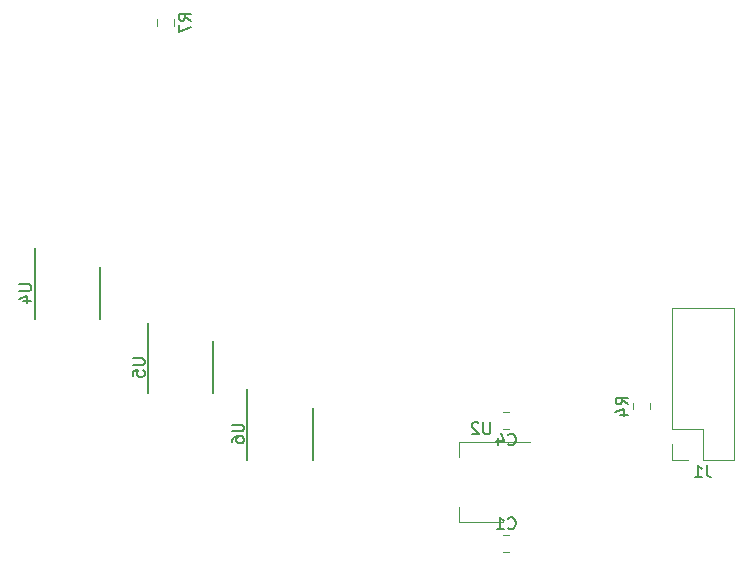
<source format=gbr>
G04 #@! TF.GenerationSoftware,KiCad,Pcbnew,(5.1.4)-1*
G04 #@! TF.CreationDate,2020-06-16T20:45:49+02:00*
G04 #@! TF.ProjectId,8x5matrixDisplay,3878356d-6174-4726-9978-446973706c61,rev?*
G04 #@! TF.SameCoordinates,Original*
G04 #@! TF.FileFunction,Legend,Bot*
G04 #@! TF.FilePolarity,Positive*
%FSLAX46Y46*%
G04 Gerber Fmt 4.6, Leading zero omitted, Abs format (unit mm)*
G04 Created by KiCad (PCBNEW (5.1.4)-1) date 2020-06-16 20:45:49*
%MOMM*%
%LPD*%
G04 APERTURE LIST*
%ADD10C,0.120000*%
%ADD11C,0.150000*%
G04 APERTURE END LIST*
D10*
X175786252Y-114290000D02*
X175263748Y-114290000D01*
X175786252Y-115710000D02*
X175263748Y-115710000D01*
X175263748Y-103890000D02*
X175786252Y-103890000D01*
X175263748Y-105310000D02*
X175786252Y-105310000D01*
X189570000Y-95110000D02*
X194770000Y-95110000D01*
X189570000Y-105330000D02*
X189570000Y-95110000D01*
X194770000Y-107930000D02*
X194770000Y-95110000D01*
X189570000Y-105330000D02*
X192170000Y-105330000D01*
X192170000Y-105330000D02*
X192170000Y-107930000D01*
X192170000Y-107930000D02*
X194770000Y-107930000D01*
X189570000Y-106600000D02*
X189570000Y-107930000D01*
X189570000Y-107930000D02*
X190900000Y-107930000D01*
X186290000Y-103138748D02*
X186290000Y-103661252D01*
X187710000Y-103138748D02*
X187710000Y-103661252D01*
X147410000Y-71161252D02*
X147410000Y-70638748D01*
X145990000Y-71161252D02*
X145990000Y-70638748D01*
X171490000Y-113210000D02*
X171490000Y-111950000D01*
X171490000Y-106390000D02*
X171490000Y-107650000D01*
X175250000Y-113210000D02*
X171490000Y-113210000D01*
X177500000Y-106390000D02*
X171490000Y-106390000D01*
D11*
X141125000Y-91600000D02*
X141125000Y-96000000D01*
X135600000Y-90025000D02*
X135600000Y-96000000D01*
X145200000Y-96325000D02*
X145200000Y-102300000D01*
X150725000Y-97900000D02*
X150725000Y-102300000D01*
X159125000Y-103500000D02*
X159125000Y-107900000D01*
X153600000Y-101925000D02*
X153600000Y-107900000D01*
X175691666Y-113707142D02*
X175739285Y-113754761D01*
X175882142Y-113802380D01*
X175977380Y-113802380D01*
X176120238Y-113754761D01*
X176215476Y-113659523D01*
X176263095Y-113564285D01*
X176310714Y-113373809D01*
X176310714Y-113230952D01*
X176263095Y-113040476D01*
X176215476Y-112945238D01*
X176120238Y-112850000D01*
X175977380Y-112802380D01*
X175882142Y-112802380D01*
X175739285Y-112850000D01*
X175691666Y-112897619D01*
X174739285Y-113802380D02*
X175310714Y-113802380D01*
X175025000Y-113802380D02*
X175025000Y-112802380D01*
X175120238Y-112945238D01*
X175215476Y-113040476D01*
X175310714Y-113088095D01*
X175691666Y-106607142D02*
X175739285Y-106654761D01*
X175882142Y-106702380D01*
X175977380Y-106702380D01*
X176120238Y-106654761D01*
X176215476Y-106559523D01*
X176263095Y-106464285D01*
X176310714Y-106273809D01*
X176310714Y-106130952D01*
X176263095Y-105940476D01*
X176215476Y-105845238D01*
X176120238Y-105750000D01*
X175977380Y-105702380D01*
X175882142Y-105702380D01*
X175739285Y-105750000D01*
X175691666Y-105797619D01*
X174834523Y-106035714D02*
X174834523Y-106702380D01*
X175072619Y-105654761D02*
X175310714Y-106369047D01*
X174691666Y-106369047D01*
X192503333Y-108382380D02*
X192503333Y-109096666D01*
X192550952Y-109239523D01*
X192646190Y-109334761D01*
X192789047Y-109382380D01*
X192884285Y-109382380D01*
X191503333Y-109382380D02*
X192074761Y-109382380D01*
X191789047Y-109382380D02*
X191789047Y-108382380D01*
X191884285Y-108525238D01*
X191979523Y-108620476D01*
X192074761Y-108668095D01*
X185802380Y-103233333D02*
X185326190Y-102900000D01*
X185802380Y-102661904D02*
X184802380Y-102661904D01*
X184802380Y-103042857D01*
X184850000Y-103138095D01*
X184897619Y-103185714D01*
X184992857Y-103233333D01*
X185135714Y-103233333D01*
X185230952Y-103185714D01*
X185278571Y-103138095D01*
X185326190Y-103042857D01*
X185326190Y-102661904D01*
X185135714Y-104090476D02*
X185802380Y-104090476D01*
X184754761Y-103852380D02*
X185469047Y-103614285D01*
X185469047Y-104233333D01*
X148802380Y-70733333D02*
X148326190Y-70400000D01*
X148802380Y-70161904D02*
X147802380Y-70161904D01*
X147802380Y-70542857D01*
X147850000Y-70638095D01*
X147897619Y-70685714D01*
X147992857Y-70733333D01*
X148135714Y-70733333D01*
X148230952Y-70685714D01*
X148278571Y-70638095D01*
X148326190Y-70542857D01*
X148326190Y-70161904D01*
X147802380Y-71066666D02*
X147802380Y-71733333D01*
X148802380Y-71304761D01*
X174161904Y-104752380D02*
X174161904Y-105561904D01*
X174114285Y-105657142D01*
X174066666Y-105704761D01*
X173971428Y-105752380D01*
X173780952Y-105752380D01*
X173685714Y-105704761D01*
X173638095Y-105657142D01*
X173590476Y-105561904D01*
X173590476Y-104752380D01*
X173161904Y-104847619D02*
X173114285Y-104800000D01*
X173019047Y-104752380D01*
X172780952Y-104752380D01*
X172685714Y-104800000D01*
X172638095Y-104847619D01*
X172590476Y-104942857D01*
X172590476Y-105038095D01*
X172638095Y-105180952D01*
X173209523Y-105752380D01*
X172590476Y-105752380D01*
X134302380Y-93038095D02*
X135111904Y-93038095D01*
X135207142Y-93085714D01*
X135254761Y-93133333D01*
X135302380Y-93228571D01*
X135302380Y-93419047D01*
X135254761Y-93514285D01*
X135207142Y-93561904D01*
X135111904Y-93609523D01*
X134302380Y-93609523D01*
X134635714Y-94514285D02*
X135302380Y-94514285D01*
X134254761Y-94276190D02*
X134969047Y-94038095D01*
X134969047Y-94657142D01*
X143902380Y-99338095D02*
X144711904Y-99338095D01*
X144807142Y-99385714D01*
X144854761Y-99433333D01*
X144902380Y-99528571D01*
X144902380Y-99719047D01*
X144854761Y-99814285D01*
X144807142Y-99861904D01*
X144711904Y-99909523D01*
X143902380Y-99909523D01*
X143902380Y-100861904D02*
X143902380Y-100385714D01*
X144378571Y-100338095D01*
X144330952Y-100385714D01*
X144283333Y-100480952D01*
X144283333Y-100719047D01*
X144330952Y-100814285D01*
X144378571Y-100861904D01*
X144473809Y-100909523D01*
X144711904Y-100909523D01*
X144807142Y-100861904D01*
X144854761Y-100814285D01*
X144902380Y-100719047D01*
X144902380Y-100480952D01*
X144854761Y-100385714D01*
X144807142Y-100338095D01*
X152302380Y-104938095D02*
X153111904Y-104938095D01*
X153207142Y-104985714D01*
X153254761Y-105033333D01*
X153302380Y-105128571D01*
X153302380Y-105319047D01*
X153254761Y-105414285D01*
X153207142Y-105461904D01*
X153111904Y-105509523D01*
X152302380Y-105509523D01*
X152302380Y-106414285D02*
X152302380Y-106223809D01*
X152350000Y-106128571D01*
X152397619Y-106080952D01*
X152540476Y-105985714D01*
X152730952Y-105938095D01*
X153111904Y-105938095D01*
X153207142Y-105985714D01*
X153254761Y-106033333D01*
X153302380Y-106128571D01*
X153302380Y-106319047D01*
X153254761Y-106414285D01*
X153207142Y-106461904D01*
X153111904Y-106509523D01*
X152873809Y-106509523D01*
X152778571Y-106461904D01*
X152730952Y-106414285D01*
X152683333Y-106319047D01*
X152683333Y-106128571D01*
X152730952Y-106033333D01*
X152778571Y-105985714D01*
X152873809Y-105938095D01*
M02*

</source>
